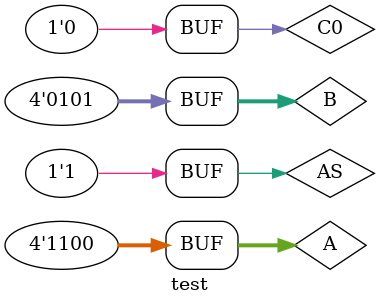
<source format=v>
`timescale 1ns / 1ps


module test;

	// Inputs
	reg [3:0] A;
	reg [3:0] B;
	reg C0;
	reg AS;

	// Outputs
	wire C4;
	wire ZF;
	wire CF;
	wire [3:0] F;

	// Instantiate the Unit Under Test (UUT)
	demo07 uut (
		.A(A), 
		.B(B), 
		.C0(C0), 
		.AS(AS), 
		.C4(C4), 
		.ZF(ZF), 
		.CF(CF), 
		.F(F)
	);

	initial begin
		// Initialize Inputs
		A = 0;
		B = 0;
		C0 = 0;
		AS = 0;

		// Wait 100 ns for global reset to finish
		#100;
        
		// Add stimulus here
		#100;
		A = 4'b0000;B = 4'b1111;C0 = 1;AS = 0; 
		
		#100;
		A = 4'b0011;B = 4'b1100;C0 = 1;AS = 0;
		
		#100;
		A = 4'b0000;B = 4'b0001;C0 = 1;AS = 0;
		
		#100;
		A = 4'b1100;B = 4'b0001;C0 = 1;AS = 1;
		
		#100;
		A = 4'b1100;B = 4'b0101;C0 = 0;AS = 1;
		

	end
      
endmodule


</source>
